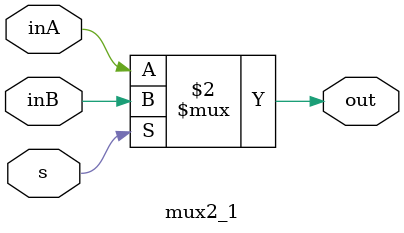
<source format=v>
module mux2_1(out, inA, inB , s);
	output out;
	input inA, inB, s;

	assign out = (s == 1'b0) ? inA : inB;

endmodule
</source>
